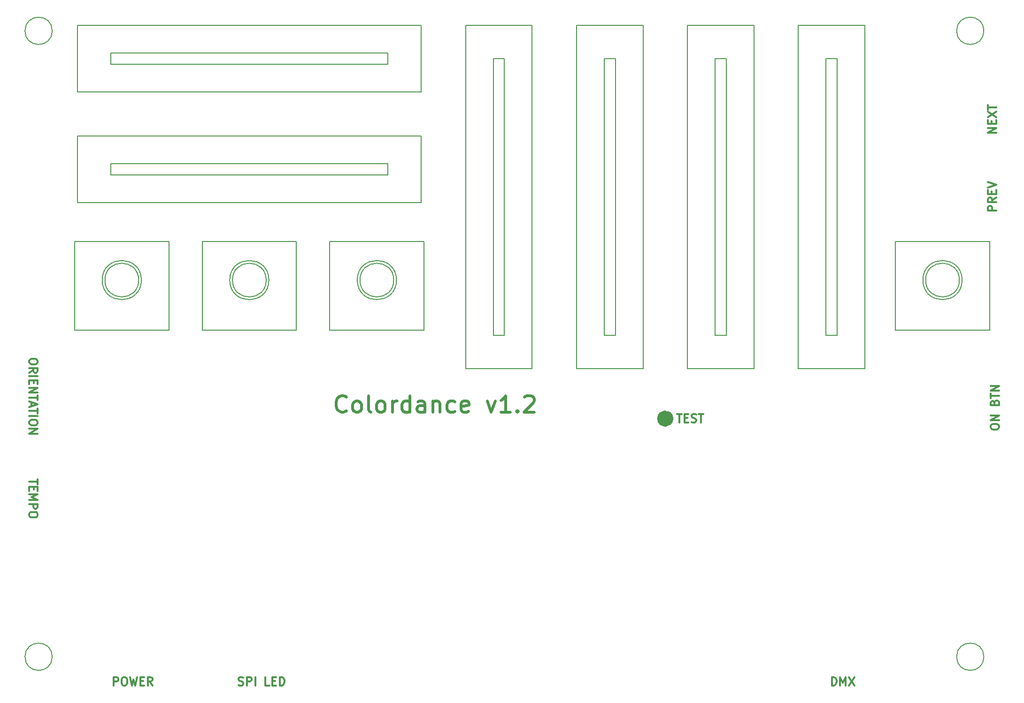
<source format=gbr>
G04 #@! TF.GenerationSoftware,KiCad,Pcbnew,5.1.2-f72e74a~84~ubuntu18.04.1*
G04 #@! TF.CreationDate,2019-07-06T16:20:52-06:00*
G04 #@! TF.ProjectId,colordance_mini,636f6c6f-7264-4616-9e63-655f6d696e69,rev?*
G04 #@! TF.SameCoordinates,Original*
G04 #@! TF.FileFunction,Legend,Top*
G04 #@! TF.FilePolarity,Positive*
%FSLAX46Y46*%
G04 Gerber Fmt 4.6, Leading zero omitted, Abs format (unit mm)*
G04 Created by KiCad (PCBNEW 5.1.2-f72e74a~84~ubuntu18.04.1) date 2019-07-06 16:20:52*
%MOMM*%
%LPD*%
G04 APERTURE LIST*
%ADD10C,0.300000*%
%ADD11C,1.500000*%
%ADD12C,0.500000*%
%ADD13C,0.150000*%
%ADD14C,0.200000*%
G04 APERTURE END LIST*
D10*
X142107142Y-114178571D02*
X142964285Y-114178571D01*
X142535714Y-115678571D02*
X142535714Y-114178571D01*
X143464285Y-114892857D02*
X143964285Y-114892857D01*
X144178571Y-115678571D02*
X143464285Y-115678571D01*
X143464285Y-114178571D01*
X144178571Y-114178571D01*
X144750000Y-115607142D02*
X144964285Y-115678571D01*
X145321428Y-115678571D01*
X145464285Y-115607142D01*
X145535714Y-115535714D01*
X145607142Y-115392857D01*
X145607142Y-115250000D01*
X145535714Y-115107142D01*
X145464285Y-115035714D01*
X145321428Y-114964285D01*
X145035714Y-114892857D01*
X144892857Y-114821428D01*
X144821428Y-114750000D01*
X144750000Y-114607142D01*
X144750000Y-114464285D01*
X144821428Y-114321428D01*
X144892857Y-114250000D01*
X145035714Y-114178571D01*
X145392857Y-114178571D01*
X145607142Y-114250000D01*
X146035714Y-114178571D02*
X146892857Y-114178571D01*
X146464285Y-115678571D02*
X146464285Y-114178571D01*
D11*
X140707107Y-115000000D02*
G75*
G03X140707107Y-115000000I-707107J0D01*
G01*
D12*
X82500000Y-113571428D02*
X82357142Y-113714285D01*
X81928571Y-113857142D01*
X81642857Y-113857142D01*
X81214285Y-113714285D01*
X80928571Y-113428571D01*
X80785714Y-113142857D01*
X80642857Y-112571428D01*
X80642857Y-112142857D01*
X80785714Y-111571428D01*
X80928571Y-111285714D01*
X81214285Y-111000000D01*
X81642857Y-110857142D01*
X81928571Y-110857142D01*
X82357142Y-111000000D01*
X82500000Y-111142857D01*
X84214285Y-113857142D02*
X83928571Y-113714285D01*
X83785714Y-113571428D01*
X83642857Y-113285714D01*
X83642857Y-112428571D01*
X83785714Y-112142857D01*
X83928571Y-112000000D01*
X84214285Y-111857142D01*
X84642857Y-111857142D01*
X84928571Y-112000000D01*
X85071428Y-112142857D01*
X85214285Y-112428571D01*
X85214285Y-113285714D01*
X85071428Y-113571428D01*
X84928571Y-113714285D01*
X84642857Y-113857142D01*
X84214285Y-113857142D01*
X86928571Y-113857142D02*
X86642857Y-113714285D01*
X86500000Y-113428571D01*
X86500000Y-110857142D01*
X88500000Y-113857142D02*
X88214285Y-113714285D01*
X88071428Y-113571428D01*
X87928571Y-113285714D01*
X87928571Y-112428571D01*
X88071428Y-112142857D01*
X88214285Y-112000000D01*
X88500000Y-111857142D01*
X88928571Y-111857142D01*
X89214285Y-112000000D01*
X89357142Y-112142857D01*
X89500000Y-112428571D01*
X89500000Y-113285714D01*
X89357142Y-113571428D01*
X89214285Y-113714285D01*
X88928571Y-113857142D01*
X88500000Y-113857142D01*
X90785714Y-113857142D02*
X90785714Y-111857142D01*
X90785714Y-112428571D02*
X90928571Y-112142857D01*
X91071428Y-112000000D01*
X91357142Y-111857142D01*
X91642857Y-111857142D01*
X93928571Y-113857142D02*
X93928571Y-110857142D01*
X93928571Y-113714285D02*
X93642857Y-113857142D01*
X93071428Y-113857142D01*
X92785714Y-113714285D01*
X92642857Y-113571428D01*
X92500000Y-113285714D01*
X92500000Y-112428571D01*
X92642857Y-112142857D01*
X92785714Y-112000000D01*
X93071428Y-111857142D01*
X93642857Y-111857142D01*
X93928571Y-112000000D01*
X96642857Y-113857142D02*
X96642857Y-112285714D01*
X96500000Y-112000000D01*
X96214285Y-111857142D01*
X95642857Y-111857142D01*
X95357142Y-112000000D01*
X96642857Y-113714285D02*
X96357142Y-113857142D01*
X95642857Y-113857142D01*
X95357142Y-113714285D01*
X95214285Y-113428571D01*
X95214285Y-113142857D01*
X95357142Y-112857142D01*
X95642857Y-112714285D01*
X96357142Y-112714285D01*
X96642857Y-112571428D01*
X98071428Y-111857142D02*
X98071428Y-113857142D01*
X98071428Y-112142857D02*
X98214285Y-112000000D01*
X98500000Y-111857142D01*
X98928571Y-111857142D01*
X99214285Y-112000000D01*
X99357142Y-112285714D01*
X99357142Y-113857142D01*
X102071428Y-113714285D02*
X101785714Y-113857142D01*
X101214285Y-113857142D01*
X100928571Y-113714285D01*
X100785714Y-113571428D01*
X100642857Y-113285714D01*
X100642857Y-112428571D01*
X100785714Y-112142857D01*
X100928571Y-112000000D01*
X101214285Y-111857142D01*
X101785714Y-111857142D01*
X102071428Y-112000000D01*
X104500000Y-113714285D02*
X104214285Y-113857142D01*
X103642857Y-113857142D01*
X103357142Y-113714285D01*
X103214285Y-113428571D01*
X103214285Y-112285714D01*
X103357142Y-112000000D01*
X103642857Y-111857142D01*
X104214285Y-111857142D01*
X104500000Y-112000000D01*
X104642857Y-112285714D01*
X104642857Y-112571428D01*
X103214285Y-112857142D01*
X107928571Y-111857142D02*
X108642857Y-113857142D01*
X109357142Y-111857142D01*
X112071428Y-113857142D02*
X110357142Y-113857142D01*
X111214285Y-113857142D02*
X111214285Y-110857142D01*
X110928571Y-111285714D01*
X110642857Y-111571428D01*
X110357142Y-111714285D01*
X113357142Y-113571428D02*
X113500000Y-113714285D01*
X113357142Y-113857142D01*
X113214285Y-113714285D01*
X113357142Y-113571428D01*
X113357142Y-113857142D01*
X114642857Y-111142857D02*
X114785714Y-111000000D01*
X115071428Y-110857142D01*
X115785714Y-110857142D01*
X116071428Y-111000000D01*
X116214285Y-111142857D01*
X116357142Y-111428571D01*
X116357142Y-111714285D01*
X116214285Y-112142857D01*
X114499999Y-113857142D01*
X116357142Y-113857142D01*
D10*
X199678571Y-63392857D02*
X198178571Y-63392857D01*
X199678571Y-62535714D01*
X198178571Y-62535714D01*
X198892857Y-61821428D02*
X198892857Y-61321428D01*
X199678571Y-61107142D02*
X199678571Y-61821428D01*
X198178571Y-61821428D01*
X198178571Y-61107142D01*
X198178571Y-60607142D02*
X199678571Y-59607142D01*
X198178571Y-59607142D02*
X199678571Y-60607142D01*
X198178571Y-59250000D02*
X198178571Y-58392857D01*
X199678571Y-58821428D02*
X198178571Y-58821428D01*
X199678571Y-77464285D02*
X198178571Y-77464285D01*
X198178571Y-76892857D01*
X198250000Y-76750000D01*
X198321428Y-76678571D01*
X198464285Y-76607142D01*
X198678571Y-76607142D01*
X198821428Y-76678571D01*
X198892857Y-76750000D01*
X198964285Y-76892857D01*
X198964285Y-77464285D01*
X199678571Y-75107142D02*
X198964285Y-75607142D01*
X199678571Y-75964285D02*
X198178571Y-75964285D01*
X198178571Y-75392857D01*
X198250000Y-75250000D01*
X198321428Y-75178571D01*
X198464285Y-75107142D01*
X198678571Y-75107142D01*
X198821428Y-75178571D01*
X198892857Y-75250000D01*
X198964285Y-75392857D01*
X198964285Y-75964285D01*
X198892857Y-74464285D02*
X198892857Y-73964285D01*
X199678571Y-73750000D02*
X199678571Y-74464285D01*
X198178571Y-74464285D01*
X198178571Y-73750000D01*
X198178571Y-73321428D02*
X199678571Y-72821428D01*
X198178571Y-72321428D01*
X198678571Y-116607142D02*
X198678571Y-116321428D01*
X198750000Y-116178571D01*
X198892857Y-116035714D01*
X199178571Y-115964285D01*
X199678571Y-115964285D01*
X199964285Y-116035714D01*
X200107142Y-116178571D01*
X200178571Y-116321428D01*
X200178571Y-116607142D01*
X200107142Y-116750000D01*
X199964285Y-116892857D01*
X199678571Y-116964285D01*
X199178571Y-116964285D01*
X198892857Y-116892857D01*
X198750000Y-116750000D01*
X198678571Y-116607142D01*
X200178571Y-115321428D02*
X198678571Y-115321428D01*
X200178571Y-114464285D01*
X198678571Y-114464285D01*
X199392857Y-112107142D02*
X199464285Y-111892857D01*
X199535714Y-111821428D01*
X199678571Y-111750000D01*
X199892857Y-111750000D01*
X200035714Y-111821428D01*
X200107142Y-111892857D01*
X200178571Y-112035714D01*
X200178571Y-112607142D01*
X198678571Y-112607142D01*
X198678571Y-112107142D01*
X198750000Y-111964285D01*
X198821428Y-111892857D01*
X198964285Y-111821428D01*
X199107142Y-111821428D01*
X199250000Y-111892857D01*
X199321428Y-111964285D01*
X199392857Y-112107142D01*
X199392857Y-112607142D01*
X198678571Y-111321428D02*
X198678571Y-110464285D01*
X200178571Y-110892857D02*
X198678571Y-110892857D01*
X200178571Y-109964285D02*
X198678571Y-109964285D01*
X200178571Y-109107142D01*
X198678571Y-109107142D01*
X170035714Y-163178571D02*
X170035714Y-161678571D01*
X170392857Y-161678571D01*
X170607142Y-161750000D01*
X170750000Y-161892857D01*
X170821428Y-162035714D01*
X170892857Y-162321428D01*
X170892857Y-162535714D01*
X170821428Y-162821428D01*
X170750000Y-162964285D01*
X170607142Y-163107142D01*
X170392857Y-163178571D01*
X170035714Y-163178571D01*
X171535714Y-163178571D02*
X171535714Y-161678571D01*
X172035714Y-162750000D01*
X172535714Y-161678571D01*
X172535714Y-163178571D01*
X173107142Y-161678571D02*
X174107142Y-163178571D01*
X174107142Y-161678571D02*
X173107142Y-163178571D01*
X63057142Y-163107142D02*
X63271428Y-163178571D01*
X63628571Y-163178571D01*
X63771428Y-163107142D01*
X63842857Y-163035714D01*
X63914285Y-162892857D01*
X63914285Y-162750000D01*
X63842857Y-162607142D01*
X63771428Y-162535714D01*
X63628571Y-162464285D01*
X63342857Y-162392857D01*
X63199999Y-162321428D01*
X63128571Y-162250000D01*
X63057142Y-162107142D01*
X63057142Y-161964285D01*
X63128571Y-161821428D01*
X63199999Y-161750000D01*
X63342857Y-161678571D01*
X63699999Y-161678571D01*
X63914285Y-161750000D01*
X64557142Y-163178571D02*
X64557142Y-161678571D01*
X65128571Y-161678571D01*
X65271428Y-161750000D01*
X65342857Y-161821428D01*
X65414285Y-161964285D01*
X65414285Y-162178571D01*
X65342857Y-162321428D01*
X65271428Y-162392857D01*
X65128571Y-162464285D01*
X64557142Y-162464285D01*
X66057142Y-163178571D02*
X66057142Y-161678571D01*
X68628571Y-163178571D02*
X67914285Y-163178571D01*
X67914285Y-161678571D01*
X69128571Y-162392857D02*
X69628571Y-162392857D01*
X69842857Y-163178571D02*
X69128571Y-163178571D01*
X69128571Y-161678571D01*
X69842857Y-161678571D01*
X70485714Y-163178571D02*
X70485714Y-161678571D01*
X70842857Y-161678571D01*
X71057142Y-161750000D01*
X71200000Y-161892857D01*
X71271428Y-162035714D01*
X71342857Y-162321428D01*
X71342857Y-162535714D01*
X71271428Y-162821428D01*
X71200000Y-162964285D01*
X71057142Y-163107142D01*
X70842857Y-163178571D01*
X70485714Y-163178571D01*
X40535714Y-163178571D02*
X40535714Y-161678571D01*
X41107142Y-161678571D01*
X41250000Y-161750000D01*
X41321428Y-161821428D01*
X41392857Y-161964285D01*
X41392857Y-162178571D01*
X41321428Y-162321428D01*
X41250000Y-162392857D01*
X41107142Y-162464285D01*
X40535714Y-162464285D01*
X42321428Y-161678571D02*
X42607142Y-161678571D01*
X42750000Y-161750000D01*
X42892857Y-161892857D01*
X42964285Y-162178571D01*
X42964285Y-162678571D01*
X42892857Y-162964285D01*
X42750000Y-163107142D01*
X42607142Y-163178571D01*
X42321428Y-163178571D01*
X42178571Y-163107142D01*
X42035714Y-162964285D01*
X41964285Y-162678571D01*
X41964285Y-162178571D01*
X42035714Y-161892857D01*
X42178571Y-161750000D01*
X42321428Y-161678571D01*
X43464285Y-161678571D02*
X43821428Y-163178571D01*
X44107142Y-162107142D01*
X44392857Y-163178571D01*
X44750000Y-161678571D01*
X45321428Y-162392857D02*
X45821428Y-162392857D01*
X46035714Y-163178571D02*
X45321428Y-163178571D01*
X45321428Y-161678571D01*
X46035714Y-161678571D01*
X47535714Y-163178571D02*
X47035714Y-162464285D01*
X46678571Y-163178571D02*
X46678571Y-161678571D01*
X47250000Y-161678571D01*
X47392857Y-161750000D01*
X47464285Y-161821428D01*
X47535714Y-161964285D01*
X47535714Y-162178571D01*
X47464285Y-162321428D01*
X47392857Y-162392857D01*
X47250000Y-162464285D01*
X46678571Y-162464285D01*
X26821428Y-104571428D02*
X26821428Y-104857142D01*
X26750000Y-105000000D01*
X26607142Y-105142857D01*
X26321428Y-105214285D01*
X25821428Y-105214285D01*
X25535714Y-105142857D01*
X25392857Y-105000000D01*
X25321428Y-104857142D01*
X25321428Y-104571428D01*
X25392857Y-104428571D01*
X25535714Y-104285714D01*
X25821428Y-104214285D01*
X26321428Y-104214285D01*
X26607142Y-104285714D01*
X26750000Y-104428571D01*
X26821428Y-104571428D01*
X25321428Y-106714285D02*
X26035714Y-106214285D01*
X25321428Y-105857142D02*
X26821428Y-105857142D01*
X26821428Y-106428571D01*
X26750000Y-106571428D01*
X26678571Y-106642857D01*
X26535714Y-106714285D01*
X26321428Y-106714285D01*
X26178571Y-106642857D01*
X26107142Y-106571428D01*
X26035714Y-106428571D01*
X26035714Y-105857142D01*
X25321428Y-107357142D02*
X26821428Y-107357142D01*
X26107142Y-108071428D02*
X26107142Y-108571428D01*
X25321428Y-108785714D02*
X25321428Y-108071428D01*
X26821428Y-108071428D01*
X26821428Y-108785714D01*
X25321428Y-109428571D02*
X26821428Y-109428571D01*
X25321428Y-110285714D01*
X26821428Y-110285714D01*
X26821428Y-110785714D02*
X26821428Y-111642857D01*
X25321428Y-111214285D02*
X26821428Y-111214285D01*
X25750000Y-112071428D02*
X25750000Y-112785714D01*
X25321428Y-111928571D02*
X26821428Y-112428571D01*
X25321428Y-112928571D01*
X26821428Y-113214285D02*
X26821428Y-114071428D01*
X25321428Y-113642857D02*
X26821428Y-113642857D01*
X25321428Y-114571428D02*
X26821428Y-114571428D01*
X26821428Y-115571428D02*
X26821428Y-115857142D01*
X26750000Y-116000000D01*
X26607142Y-116142857D01*
X26321428Y-116214285D01*
X25821428Y-116214285D01*
X25535714Y-116142857D01*
X25392857Y-116000000D01*
X25321428Y-115857142D01*
X25321428Y-115571428D01*
X25392857Y-115428571D01*
X25535714Y-115285714D01*
X25821428Y-115214285D01*
X26321428Y-115214285D01*
X26607142Y-115285714D01*
X26750000Y-115428571D01*
X26821428Y-115571428D01*
X25321428Y-116857142D02*
X26821428Y-116857142D01*
X25321428Y-117714285D01*
X26821428Y-117714285D01*
X26821428Y-126000000D02*
X26821428Y-126857142D01*
X25321428Y-126428571D02*
X26821428Y-126428571D01*
X26107142Y-127357142D02*
X26107142Y-127857142D01*
X25321428Y-128071428D02*
X25321428Y-127357142D01*
X26821428Y-127357142D01*
X26821428Y-128071428D01*
X25321428Y-128714285D02*
X26821428Y-128714285D01*
X25750000Y-129214285D01*
X26821428Y-129714285D01*
X25321428Y-129714285D01*
X25321428Y-130428571D02*
X26821428Y-130428571D01*
X26821428Y-131000000D01*
X26750000Y-131142857D01*
X26678571Y-131214285D01*
X26535714Y-131285714D01*
X26321428Y-131285714D01*
X26178571Y-131214285D01*
X26107142Y-131142857D01*
X26035714Y-131000000D01*
X26035714Y-130428571D01*
X26821428Y-132214285D02*
X26821428Y-132500000D01*
X26750000Y-132642857D01*
X26607142Y-132785714D01*
X26321428Y-132857142D01*
X25821428Y-132857142D01*
X25535714Y-132785714D01*
X25392857Y-132642857D01*
X25321428Y-132500000D01*
X25321428Y-132214285D01*
X25392857Y-132071428D01*
X25535714Y-131928571D01*
X25821428Y-131857142D01*
X26321428Y-131857142D01*
X26607142Y-131928571D01*
X26750000Y-132071428D01*
X26821428Y-132214285D01*
D13*
X109000000Y-50000000D02*
X109000000Y-100000000D01*
X111000000Y-50000000D02*
X109000000Y-50000000D01*
X111000000Y-100000000D02*
X111000000Y-50000000D01*
X109000000Y-100000000D02*
X111000000Y-100000000D01*
X104000000Y-106000000D02*
X104000000Y-44000000D01*
X104000000Y-44000000D02*
X116000000Y-44000000D01*
X116000000Y-44000000D02*
X116000000Y-105500000D01*
X116000000Y-105500000D02*
X116000000Y-106000000D01*
X116000000Y-106000000D02*
X104000000Y-106000000D01*
X129000000Y-50000000D02*
X129000000Y-100000000D01*
X131000000Y-50000000D02*
X129000000Y-50000000D01*
X131000000Y-100000000D02*
X131000000Y-50000000D01*
X129000000Y-100000000D02*
X131000000Y-100000000D01*
X124000000Y-106000000D02*
X124000000Y-44000000D01*
X124000000Y-44000000D02*
X136000000Y-44000000D01*
X136000000Y-44000000D02*
X136000000Y-105500000D01*
X136000000Y-105500000D02*
X136000000Y-106000000D01*
X136000000Y-106000000D02*
X124000000Y-106000000D01*
X90000000Y-49000000D02*
X40000000Y-49000000D01*
X90000000Y-51000000D02*
X90000000Y-49000000D01*
X40000000Y-51000000D02*
X90000000Y-51000000D01*
X40000000Y-49000000D02*
X40000000Y-51000000D01*
X34000000Y-44000000D02*
X96000000Y-44000000D01*
X96000000Y-44000000D02*
X96000000Y-56000000D01*
X96000000Y-56000000D02*
X34500000Y-56000000D01*
X34500000Y-56000000D02*
X34000000Y-56000000D01*
X34000000Y-56000000D02*
X34000000Y-44000000D01*
X90000000Y-69000000D02*
X40000000Y-69000000D01*
X90000000Y-71000000D02*
X90000000Y-69000000D01*
X40000000Y-71000000D02*
X90000000Y-71000000D01*
X40000000Y-69000000D02*
X40000000Y-71000000D01*
X34000000Y-64000000D02*
X96000000Y-64000000D01*
X96000000Y-64000000D02*
X96000000Y-76000000D01*
X96000000Y-76000000D02*
X34500000Y-76000000D01*
X34500000Y-76000000D02*
X34000000Y-76000000D01*
X34000000Y-76000000D02*
X34000000Y-64000000D01*
X149000000Y-50000000D02*
X149000000Y-100000000D01*
X151000000Y-50000000D02*
X149000000Y-50000000D01*
X151000000Y-100000000D02*
X151000000Y-50000000D01*
X149000000Y-100000000D02*
X151000000Y-100000000D01*
X144000000Y-106000000D02*
X144000000Y-44000000D01*
X144000000Y-44000000D02*
X156000000Y-44000000D01*
X156000000Y-44000000D02*
X156000000Y-105500000D01*
X156000000Y-105500000D02*
X156000000Y-106000000D01*
X156000000Y-106000000D02*
X144000000Y-106000000D01*
X169000000Y-50000000D02*
X169000000Y-100000000D01*
X171000000Y-50000000D02*
X169000000Y-50000000D01*
X171000000Y-100000000D02*
X171000000Y-50000000D01*
X169000000Y-100000000D02*
X171000000Y-100000000D01*
X164000000Y-106000000D02*
X164000000Y-44000000D01*
X164000000Y-44000000D02*
X176000000Y-44000000D01*
X176000000Y-44000000D02*
X176000000Y-105500000D01*
X176000000Y-105500000D02*
X176000000Y-106000000D01*
X176000000Y-106000000D02*
X164000000Y-106000000D01*
X45041381Y-90000000D02*
G75*
G03X45041381Y-90000000I-3041381J0D01*
G01*
X50500000Y-99000000D02*
X50500000Y-90000000D01*
X33500000Y-99000000D02*
X50500000Y-99000000D01*
X33500000Y-83000000D02*
X33500000Y-99000000D01*
X50500000Y-83000000D02*
X33500000Y-83000000D01*
X50500000Y-90000000D02*
X50500000Y-83000000D01*
X45535534Y-90000000D02*
G75*
G03X45535534Y-90000000I-3535534J0D01*
G01*
X68041381Y-90000000D02*
G75*
G03X68041381Y-90000000I-3041381J0D01*
G01*
X73500000Y-99000000D02*
X73500000Y-90000000D01*
X56500000Y-99000000D02*
X73500000Y-99000000D01*
X56500000Y-83000000D02*
X56500000Y-99000000D01*
X73500000Y-83000000D02*
X56500000Y-83000000D01*
X73500000Y-90000000D02*
X73500000Y-83000000D01*
X68535534Y-90000000D02*
G75*
G03X68535534Y-90000000I-3535534J0D01*
G01*
X91041381Y-90000000D02*
G75*
G03X91041381Y-90000000I-3041381J0D01*
G01*
X96500000Y-99000000D02*
X96500000Y-90000000D01*
X79500000Y-99000000D02*
X96500000Y-99000000D01*
X79500000Y-83000000D02*
X79500000Y-99000000D01*
X96500000Y-83000000D02*
X79500000Y-83000000D01*
X96500000Y-90000000D02*
X96500000Y-83000000D01*
X91535534Y-90000000D02*
G75*
G03X91535534Y-90000000I-3535534J0D01*
G01*
X193041381Y-90000000D02*
G75*
G03X193041381Y-90000000I-3041381J0D01*
G01*
X198500000Y-99000000D02*
X198500000Y-90000000D01*
X181500000Y-99000000D02*
X198500000Y-99000000D01*
X181500000Y-83000000D02*
X181500000Y-99000000D01*
X198500000Y-83000000D02*
X181500000Y-83000000D01*
X198500000Y-90000000D02*
X198500000Y-83000000D01*
X193535534Y-90000000D02*
G75*
G03X193535534Y-90000000I-3535534J0D01*
G01*
D14*
X197462214Y-45000000D02*
G75*
G03X197462214Y-45000000I-2462214J0D01*
G01*
X29462214Y-158000000D02*
G75*
G03X29462214Y-158000000I-2462214J0D01*
G01*
X29462214Y-45000000D02*
G75*
G03X29462214Y-45000000I-2462214J0D01*
G01*
X197462214Y-158000000D02*
G75*
G03X197462214Y-158000000I-2462214J0D01*
G01*
M02*

</source>
